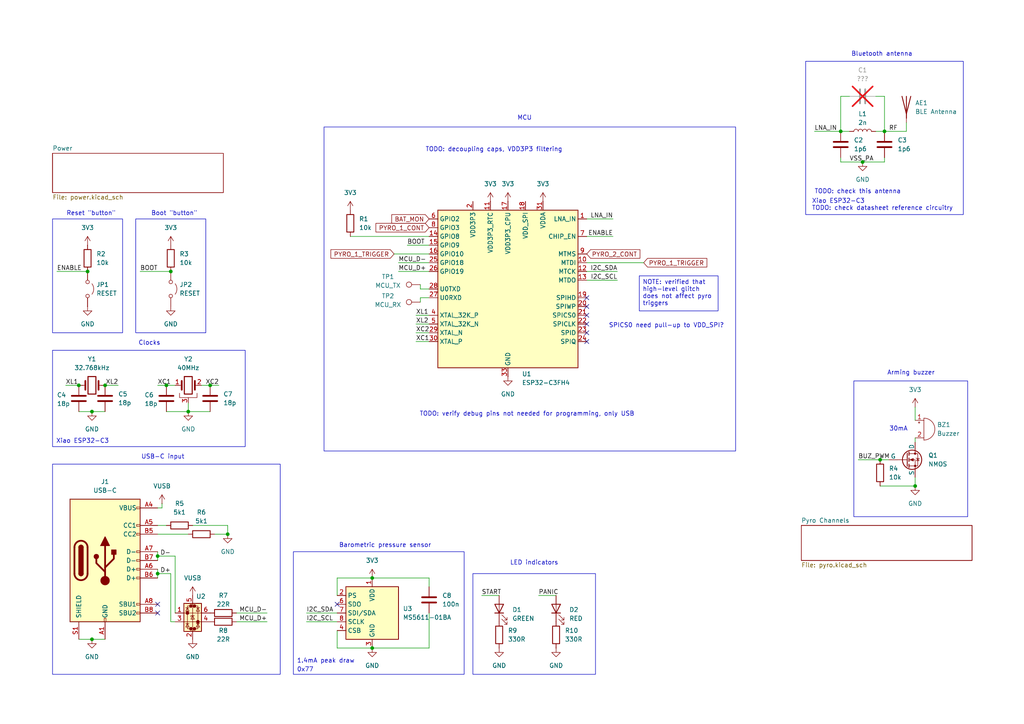
<source format=kicad_sch>
(kicad_sch (version 20250114) (generator "eeschema") (generator_version "9.0")
  (paper "A4")
  (title_block (title "Peanut") (rev "A") (company "Matteo Golin") (comment 1 "Deployment altimeter for high powered rockets."))
  (lib_symbols
    (symbol "Connector:TestPoint" (pin_numbers (hide yes)) (pin_names (offset 0.762) (hide yes))
      (property "Reference" "TP" (at 0 6.858 0))
      (property "Value" "TestPoint" (at 0 5.08 0))
      (symbol "TestPoint_0_1"
        (circle (center 0 3.302) (radius 0.762))
      )
      (symbol "TestPoint_1_1"
        (pin passive line (at 0 0 90) (length 2.54) (name "1") (number "1"))
      )
    )
    (symbol "Connector:USB_C_Receptacle_USB2.0_16P" (pin_names (offset 1.016))
      (property "Reference" "J" (at 0 22.225 0))
      (property "Value" "USB_C_Receptacle_USB2.0_16P" (at 0 19.685 0))
      (symbol "USB_C_Receptacle_USB2.0_16P_0_0"
        (rectangle (start -0.254 -17.78) (end 0.254 -16.764))
        (rectangle (start 10.16 15.494) (end 9.144 14.986))
        (rectangle (start 10.16 10.414) (end 9.144 9.906))
        (rectangle (start 10.16 7.874) (end 9.144 7.366))
        (rectangle (start 10.16 2.794) (end 9.144 2.286))
        (rectangle (start 10.16 0.254) (end 9.144 -0.254))
        (rectangle (start 10.16 -2.286) (end 9.144 -2.794))
        (rectangle (start 10.16 -4.826) (end 9.144 -5.334))
        (rectangle (start 10.16 -12.446) (end 9.144 -12.954))
        (rectangle (start 10.16 -14.986) (end 9.144 -15.494))
      )
      (symbol "USB_C_Receptacle_USB2.0_16P_0_1"
        (rectangle (start -10.16 17.78) (end 10.16 -17.78) (stroke (width 0.254)) (fill (type background)))
        (polyline (pts (xy -8.89 -3.81) (xy -8.89 3.81)) (stroke (width 0.508)))
        (rectangle (start -7.62 -3.81) (end -6.35 3.81) (stroke (width 0.254)) (fill (type outline)))
        (arc (start -7.62 3.81) (mid -6.985 4.4423) (end -6.35 3.81) (stroke (width 0.254)))
        (arc (start -7.62 3.81) (mid -6.985 4.4423) (end -6.35 3.81) (stroke (width 0.254)) (fill (type outline)))
        (arc (start -8.89 3.81) (mid -6.985 5.7067) (end -5.08 3.81) (stroke (width 0.508)))
        (arc (start -5.08 -3.81) (mid -6.985 -5.7067) (end -8.89 -3.81) (stroke (width 0.508)))
        (arc (start -6.35 -3.81) (mid -6.985 -4.4423) (end -7.62 -3.81) (stroke (width 0.254)))
        (arc (start -6.35 -3.81) (mid -6.985 -4.4423) (end -7.62 -3.81) (stroke (width 0.254)) (fill (type outline)))
        (polyline (pts (xy -5.08 3.81) (xy -5.08 -3.81)) (stroke (width 0.508)))
        (circle (center -2.54 1.143) (radius 0.635) (stroke (width 0.254)) (fill (type outline)))
        (polyline (pts (xy -1.27 4.318) (xy 0 6.858) (xy 1.27 4.318) (xy -1.27 4.318)) (stroke (width 0.254)) (fill (type outline)))
        (polyline (pts (xy 0 -2.032) (xy 2.54 0.508) (xy 2.54 1.778)) (stroke (width 0.508)))
        (polyline (pts (xy 0 -3.302) (xy -2.54 -0.762) (xy -2.54 0.508)) (stroke (width 0.508)))
        (polyline (pts (xy 0 -5.842) (xy 0 4.318)) (stroke (width 0.508)))
        (circle (center 0 -5.842) (radius 1.27) (fill (type outline)))
        (rectangle (start 1.905 1.778) (end 3.175 3.048) (stroke (width 0.254)) (fill (type outline)))
      )
      (symbol "USB_C_Receptacle_USB2.0_16P_1_1"
        (pin passive line (at -7.62 -22.86 90) (length 5.08) (name "SHIELD") (number "S1"))
        (pin passive line (at 0 -22.86 90) (length 5.08) (name "GND") (number "A1"))
        (pin passive line (at 0 -22.86 90) (length 5.08) (hide yes) (name "GND") (number "A12"))
        (pin passive line (at 0 -22.86 90) (length 5.08) (hide yes) (name "GND") (number "B1"))
        (pin passive line (at 0 -22.86 90) (length 5.08) (hide yes) (name "GND") (number "B12"))
        (pin passive line (at 15.24 15.24 180) (length 5.08) (name "VBUS") (number "A4"))
        (pin passive line (at 15.24 15.24 180) (length 5.08) (hide yes) (name "VBUS") (number "A9"))
        (pin passive line (at 15.24 15.24 180) (length 5.08) (hide yes) (name "VBUS") (number "B4"))
        (pin passive line (at 15.24 15.24 180) (length 5.08) (hide yes) (name "VBUS") (number "B9"))
        (pin bidirectional line (at 15.24 10.16 180) (length 5.08) (name "CC1") (number "A5"))
        (pin bidirectional line (at 15.24 7.62 180) (length 5.08) (name "CC2") (number "B5"))
        (pin bidirectional line (at 15.24 2.54 180) (length 5.08) (name "D-") (number "A7"))
        (pin bidirectional line (at 15.24 0 180) (length 5.08) (name "D-") (number "B7"))
        (pin bidirectional line (at 15.24 -2.54 180) (length 5.08) (name "D+") (number "A6"))
        (pin bidirectional line (at 15.24 -5.08 180) (length 5.08) (name "D+") (number "B6"))
        (pin bidirectional line (at 15.24 -12.7 180) (length 5.08) (name "SBU1") (number "A8"))
        (pin bidirectional line (at 15.24 -15.24 180) (length 5.08) (name "SBU2") (number "B8"))
      )
    )
    (symbol "Device:Antenna" (pin_numbers (hide yes)) (pin_names (offset 1.016) (hide yes))
      (property "Reference" "AE" (at -1.905 1.905 0))
      (property "Value" "Antenna" (at -1.905 0 0))
      (symbol "Antenna_0_1"
        (polyline (pts (xy 0 2.54) (xy 0 -3.81)) (stroke (width 0.254)))
        (polyline (pts (xy 1.27 2.54) (xy 0 -2.54) (xy -1.27 2.54)) (stroke (width 0.254)))
      )
      (symbol "Antenna_1_1"
        (pin input line (at 0 -5.08 90) (length 2.54) (name "A") (number "1"))
      )
    )
    (symbol "Device:Buzzer" (pin_names (offset 0.0254) (hide yes))
      (property "Reference" "BZ" (at 3.81 1.27 0))
      (property "Value" "Buzzer" (at 3.81 -1.27 0))
      (symbol "Buzzer_0_1"
        (polyline (pts (xy -1.651 1.905) (xy -1.143 1.905)))
        (polyline (pts (xy -1.397 2.159) (xy -1.397 1.651)))
        (arc (start 0 3.175) (mid 3.1612 0) (end 0 -3.175))
        (polyline (pts (xy 0 3.175) (xy 0 -3.175)))
      )
      (symbol "Buzzer_1_1"
        (pin passive line (at -2.54 2.54 0) (length 2.54) (name "+") (number "1"))
        (pin passive line (at -2.54 -2.54 0) (length 2.54) (name "-") (number "2"))
      )
    )
    (symbol "Device:C" (pin_numbers (hide yes)) (pin_names (offset 0.254))
      (property "Reference" "C" (at 0.635 2.54 0))
      (property "Value" "C" (at 0.635 -2.54 0))
      (symbol "C_0_1"
        (polyline (pts (xy -2.032 0.762) (xy 2.032 0.762)) (stroke (width 0.508)))
        (polyline (pts (xy -2.032 -0.762) (xy 2.032 -0.762)) (stroke (width 0.508)))
      )
      (symbol "C_1_1"
        (pin passive line (at 0 3.81 270) (length 2.794) (name "~") (number "1"))
        (pin passive line (at 0 -3.81 90) (length 2.794) (name "~") (number "2"))
      )
    )
    (symbol "Device:Crystal" (pin_numbers (hide yes)) (pin_names (offset 1.016) (hide yes))
      (property "Reference" "Y" (at 0 3.81 0))
      (property "Value" "Crystal" (at 0 -3.81 0))
      (symbol "Crystal_0_1"
        (polyline (pts (xy -2.54 0) (xy -1.905 0)))
        (polyline (pts (xy -1.905 -1.27) (xy -1.905 1.27)) (stroke (width 0.508)))
        (rectangle (start -1.143 2.54) (end 1.143 -2.54) (stroke (width 0.3048)))
        (polyline (pts (xy 1.905 -1.27) (xy 1.905 1.27)) (stroke (width 0.508)))
        (polyline (pts (xy 2.54 0) (xy 1.905 0)))
      )
      (symbol "Crystal_1_1"
        (pin passive line (at -3.81 0 0) (length 1.27) (name "1") (number "1"))
        (pin passive line (at 3.81 0 180) (length 1.27) (name "2") (number "2"))
      )
    )
    (symbol "Device:Crystal_GND3" (pin_names (offset 1.016) (hide yes))
      (property "Reference" "Y" (at 0 5.715 0))
      (property "Value" "Crystal_GND3" (at 0 3.81 0))
      (symbol "Crystal_GND3_0_1"
        (polyline (pts (xy -2.54 0) (xy -1.905 0)))
        (polyline (pts (xy -2.54 -2.286) (xy -2.54 -3.556) (xy 2.54 -3.556) (xy 2.54 -2.286)))
        (polyline (pts (xy -1.905 -1.27) (xy -1.905 1.27)) (stroke (width 0.508)))
        (rectangle (start -1.143 2.54) (end 1.143 -2.54) (stroke (width 0.3048)))
        (polyline (pts (xy 0 -3.81) (xy 0 -3.556)))
        (polyline (pts (xy 1.905 1.27) (xy 1.905 -1.27)) (stroke (width 0.508)))
        (polyline (pts (xy 1.905 0) (xy 2.54 0)))
      )
      (symbol "Crystal_GND3_1_1"
        (pin passive line (at -3.81 0 0) (length 1.27) (name "1") (number "1"))
        (pin passive line (at 0 -5.08 90) (length 1.27) (name "3") (number "3"))
        (pin passive line (at 3.81 0 180) (length 1.27) (name "2") (number "2"))
      )
    )
    (symbol "Device:L" (pin_numbers (hide yes)) (pin_names (offset 1.016) (hide yes))
      (property "Reference" "L" (at -1.27 0 90))
      (property "Value" "L" (at 1.905 0 90))
      (symbol "L_0_1"
        (arc (start 0 2.54) (mid 0.6323 1.905) (end 0 1.27))
        (arc (start 0 1.27) (mid 0.6323 0.635) (end 0 0))
        (arc (start 0 0) (mid 0.6323 -0.635) (end 0 -1.27))
        (arc (start 0 -1.27) (mid 0.6323 -1.905) (end 0 -2.54))
      )
      (symbol "L_1_1"
        (pin passive line (at 0 3.81 270) (length 1.27) (name "1") (number "1"))
        (pin passive line (at 0 -3.81 90) (length 1.27) (name "2") (number "2"))
      )
    )
    (symbol "Device:LED" (pin_numbers (hide yes)) (pin_names (offset 1.016) (hide yes))
      (property "Reference" "D" (at 0 2.54 0))
      (property "Value" "LED" (at 0 -2.54 0))
      (symbol "LED_0_1"
        (polyline (pts (xy -3.048 -0.762) (xy -4.572 -2.286) (xy -3.81 -2.286) (xy -4.572 -2.286) (xy -4.572 -1.524)))
        (polyline (pts (xy -1.778 -0.762) (xy -3.302 -2.286) (xy -2.54 -2.286) (xy -3.302 -2.286) (xy -3.302 -1.524)))
        (polyline (pts (xy -1.27 0) (xy 1.27 0)))
        (polyline (pts (xy -1.27 -1.27) (xy -1.27 1.27)) (stroke (width 0.254)))
        (polyline (pts (xy 1.27 -1.27) (xy 1.27 1.27) (xy -1.27 0) (xy 1.27 -1.27)) (stroke (width 0.254)))
      )
      (symbol "LED_1_1"
        (pin passive line (at -3.81 0 0) (length 2.54) (name "K") (number "1"))
        (pin passive line (at 3.81 0 180) (length 2.54) (name "A") (number "2"))
      )
    )
    (symbol "Device:R" (pin_numbers (hide yes)) (pin_names (offset 0))
      (property "Reference" "R" (at 2.032 0 90))
      (property "Value" "R" (at 0 0 90))
      (symbol "R_0_1"
        (rectangle (start -1.016 -2.54) (end 1.016 2.54) (stroke (width 0.254)))
      )
      (symbol "R_1_1"
        (pin passive line (at 0 3.81 270) (length 1.27) (name "~") (number "1"))
        (pin passive line (at 0 -3.81 90) (length 1.27) (name "~") (number "2"))
      )
    )
    (symbol "Jumper:Jumper_2_Open" (pin_numbers (hide yes)) (pin_names (offset 0) (hide yes))
      (property "Reference" "JP" (at 0 2.794 0))
      (property "Value" "Jumper_2_Open" (at 0 -2.286 0))
      (symbol "Jumper_2_Open_0_0"
        (circle (center -2.032 0) (radius 0.508))
        (circle (center 2.032 0) (radius 0.508))
      )
      (symbol "Jumper_2_Open_0_1"
        (arc (start -1.524 1.27) (mid 0 1.778) (end 1.524 1.27))
      )
      (symbol "Jumper_2_Open_1_1"
        (pin passive line (at -5.08 0 0) (length 2.54) (name "A") (number "1"))
        (pin passive line (at 5.08 0 180) (length 2.54) (name "B") (number "2"))
      )
    )
    (symbol "MCU_Espressif:ESP32-C3"
      (property "Reference" "U" (at -17.272 23.876 0))
      (property "Value" "ESP32-C3" (at 16.256 23.876 0))
      (symbol "ESP32-C3_1_1"
        (rectangle (start -20.32 22.86) (end 20.32 -22.86) (stroke (width 0.254)) (fill (type background)))
        (pin bidirectional line (at -22.86 20.32 0) (length 2.54) (name "GPIO2") (number "6"))
        (pin bidirectional line (at -22.86 17.78 0) (length 2.54) (name "GPIO3") (number "8"))
        (pin bidirectional line (at -22.86 15.24 0) (length 2.54) (name "GPIO8") (number "14"))
        (pin bidirectional line (at -22.86 12.7 0) (length 2.54) (name "GPIO9") (number "15"))
        (pin bidirectional line (at -22.86 10.16 0) (length 2.54) (name "GPIO10") (number "16"))
        (pin bidirectional line (at -22.86 7.62 0) (length 2.54) (name "GPIO18") (number "25"))
        (pin bidirectional line (at -22.86 5.08 0) (length 2.54) (name "GPIO19") (number "26"))
        (pin bidirectional line (at -22.86 0 0) (length 2.54) (name "U0TXD") (number "28"))
        (pin bidirectional line (at -22.86 -2.54 0) (length 2.54) (name "U0RXD") (number "27"))
        (pin bidirectional line (at -22.86 -7.62 0) (length 2.54) (name "XTAL_32K_P") (number "4"))
        (pin bidirectional line (at -22.86 -10.16 0) (length 2.54) (name "XTAL_32K_N") (number "5"))
        (pin bidirectional line (at -22.86 -12.7 0) (length 2.54) (name "XTAL_N") (number "29"))
        (pin bidirectional line (at -22.86 -15.24 0) (length 2.54) (name "XTAL_P") (number "30"))
        (pin power_in line (at -10.16 25.4 270) (length 2.54) (name "VDD3P3") (number "2"))
        (pin passive line (at -10.16 25.4 270) (length 2.54) (hide yes) (name "VDD3P3") (number "3"))
        (pin power_in line (at -5.08 25.4 270) (length 2.54) (name "VDD3P3_RTC") (number "11"))
        (pin power_in line (at 0 25.4 270) (length 2.54) (name "VDD3P3_CPU") (number "17"))
        (pin power_in line (at 0 -25.4 90) (length 2.54) (name "GND") (number "33"))
        (pin power_out line (at 5.08 25.4 270) (length 2.54) (name "VDD_SPI") (number "18"))
        (pin power_in line (at 10.16 25.4 270) (length 2.54) (name "VDDA") (number "31"))
        (pin passive line (at 10.16 25.4 270) (length 2.54) (hide yes) (name "VDDA") (number "32"))
        (pin bidirectional line (at 22.86 20.32 180) (length 2.54) (name "LNA_IN") (number "1"))
        (pin bidirectional line (at 22.86 15.24 180) (length 2.54) (name "CHIP_EN") (number "7"))
        (pin bidirectional line (at 22.86 10.16 180) (length 2.54) (name "MTMS") (number "9"))
        (pin bidirectional line (at 22.86 7.62 180) (length 2.54) (name "MTDI") (number "10"))
        (pin bidirectional line (at 22.86 5.08 180) (length 2.54) (name "MTCK") (number "12"))
        (pin bidirectional line (at 22.86 2.54 180) (length 2.54) (name "MTDO") (number "13"))
        (pin bidirectional line (at 22.86 -2.54 180) (length 2.54) (name "SPIHD") (number "19"))
        (pin bidirectional line (at 22.86 -5.08 180) (length 2.54) (name "SPIWP") (number "20"))
        (pin bidirectional line (at 22.86 -7.62 180) (length 2.54) (name "SPICS0") (number "21"))
        (pin bidirectional line (at 22.86 -10.16 180) (length 2.54) (name "SPICLK") (number "22"))
        (pin bidirectional line (at 22.86 -12.7 180) (length 2.54) (name "SPID") (number "23"))
        (pin bidirectional line (at 22.86 -15.24 180) (length 2.54) (name "SPIQ") (number "24"))
      )
    )
    (symbol "Power_Protection:USBLC6-2SC6" (pin_names (hide yes))
      (property "Reference" "U" (at 0.635 5.715 0))
      (property "Value" "USBLC6-2SC6" (at 0.635 3.81 0))
      (symbol "USBLC6-2SC6_0_0"
        (circle (center -1.524 0) (radius 0.0001) (stroke (width 0.508)))
        (circle (center -0.508 2.032) (radius 0.0001) (stroke (width 0.508)))
        (circle (center -0.508 -4.572) (radius 0.0001) (stroke (width 0.508)))
        (circle (center 0.508 2.032) (radius 0.0001) (stroke (width 0.508)))
        (circle (center 0.508 -4.572) (radius 0.0001) (stroke (width 0.508)))
        (circle (center 1.524 -2.54) (radius 0.0001) (stroke (width 0.508)))
      )
      (symbol "USBLC6-2SC6_0_1"
        (polyline (pts (xy -2.54 0) (xy 2.54 0)))
        (polyline (pts (xy -2.54 -2.54) (xy 2.54 -2.54)))
        (polyline (pts (xy -2.032 0.508) (xy -1.016 0.508) (xy -1.524 1.524) (xy -2.032 0.508)))
        (polyline (pts (xy -2.032 -3.048) (xy -1.016 -3.048)))
        (polyline (pts (xy -1.016 1.524) (xy -2.032 1.524)))
        (polyline (pts (xy -1.016 -4.064) (xy -2.032 -4.064) (xy -1.524 -3.048) (xy -1.016 -4.064)))
        (polyline (pts (xy -0.508 -1.143) (xy -0.508 -0.762) (xy 0.508 -0.762)))
        (polyline (pts (xy 0 2.54) (xy -0.508 2.032) (xy 0.508 2.032) (xy 0 1.524) (xy 0 -4.064) (xy -0.508 -4.572) (xy 0.508 -4.572) (xy 0 -5.08)))
        (polyline (pts (xy 0.508 -1.778) (xy -0.508 -1.778) (xy 0 -0.762) (xy 0.508 -1.778)))
        (polyline (pts (xy 1.016 1.524) (xy 2.032 1.524)))
        (polyline (pts (xy 1.016 -3.048) (xy 2.032 -3.048)))
        (polyline (pts (xy 2.032 0.508) (xy 1.016 0.508) (xy 1.524 1.524) (xy 2.032 0.508)))
        (polyline (pts (xy 2.032 -4.064) (xy 1.016 -4.064) (xy 1.524 -3.048) (xy 2.032 -4.064)))
      )
      (symbol "USBLC6-2SC6_1_1"
        (rectangle (start -2.54 2.794) (end 2.54 -5.334) (stroke (width 0.254)) (fill (type background)))
        (polyline (pts (xy -0.508 2.032) (xy -1.524 2.032) (xy -1.524 -4.572) (xy -0.508 -4.572)))
        (polyline (pts (xy 0.508 -4.572) (xy 1.524 -4.572) (xy 1.524 2.032) (xy 0.508 2.032)))
        (pin passive line (at -5.08 0 0) (length 2.54) (name "I/O1") (number "1"))
        (pin passive line (at -5.08 -2.54 0) (length 2.54) (name "I/O2") (number "3"))
        (pin passive line (at 0 5.08 270) (length 2.54) (name "VBUS") (number "5"))
        (pin passive line (at 0 -7.62 90) (length 2.54) (name "GND") (number "2"))
        (pin passive line (at 5.08 0 180) (length 2.54) (name "I/O1") (number "6"))
        (pin passive line (at 5.08 -2.54 180) (length 2.54) (name "I/O2") (number "4"))
      )
    )
    (symbol "Sensor_Pressure:MS5611-01BA"
      (property "Reference" "U" (at -6.35 8.89 0))
      (property "Value" "MS5611-01BA" (at 7.62 8.89 0))
      (symbol "MS5611-01BA_0_1"
        (rectangle (start -7.62 7.62) (end 7.62 -7.62) (stroke (width 0.254)) (fill (type background)))
      )
      (symbol "MS5611-01BA_1_1"
        (pin input line (at -10.16 5.08 0) (length 2.54) (name "PS") (number "2"))
        (pin output line (at -10.16 2.54 0) (length 2.54) (name "SDO") (number "6"))
        (pin bidirectional line (at -10.16 0 0) (length 2.54) (name "SDI/SDA") (number "7"))
        (pin input line (at -10.16 -2.54 0) (length 2.54) (name "SCLK") (number "8"))
        (pin input line (at -10.16 -5.08 0) (length 2.54) (name "CSB") (number "4"))
        (pin input line (at -10.16 -5.08 0) (length 2.54) (hide yes) (name "CSB") (number "5"))
        (pin power_in line (at 0 10.16 270) (length 2.54) (name "VDD") (number "1"))
        (pin power_in line (at 0 -10.16 90) (length 2.54) (name "GND") (number "3"))
      )
    )
    (symbol "Simulation_SPICE:NMOS" (pin_numbers (hide yes)) (pin_names (offset 0))
      (property "Reference" "Q" (at 5.08 1.27 0))
      (property "Value" "NMOS" (at 5.08 -1.27 0))
      (symbol "NMOS_0_1"
        (polyline (pts (xy 0.254 1.905) (xy 0.254 -1.905)) (stroke (width 0.254)))
        (polyline (pts (xy 0.254 0) (xy -2.54 0)))
        (polyline (pts (xy 0.762 2.286) (xy 0.762 1.27)) (stroke (width 0.254)))
        (polyline (pts (xy 0.762 0.508) (xy 0.762 -0.508)) (stroke (width 0.254)))
        (polyline (pts (xy 0.762 -1.27) (xy 0.762 -2.286)) (stroke (width 0.254)))
        (polyline (pts (xy 0.762 -1.778) (xy 3.302 -1.778) (xy 3.302 1.778) (xy 0.762 1.778)))
        (polyline (pts (xy 1.016 0) (xy 2.032 0.381) (xy 2.032 -0.381) (xy 1.016 0)) (fill (type outline)))
        (circle (center 1.651 0) (radius 2.794) (stroke (width 0.254)))
        (polyline (pts (xy 2.54 2.54) (xy 2.54 1.778)))
        (circle (center 2.54 1.778) (radius 0.254) (fill (type outline)))
        (circle (center 2.54 -1.778) (radius 0.254) (fill (type outline)))
        (polyline (pts (xy 2.54 -2.54) (xy 2.54 0) (xy 0.762 0)))
        (polyline (pts (xy 2.794 0.508) (xy 2.921 0.381) (xy 3.683 0.381) (xy 3.81 0.254)))
        (polyline (pts (xy 3.302 0.381) (xy 2.921 -0.254) (xy 3.683 -0.254) (xy 3.302 0.381)))
      )
      (symbol "NMOS_1_1"
        (pin input line (at -5.08 0 0) (length 2.54) (name "G") (number "2"))
        (pin passive line (at 2.54 5.08 270) (length 2.54) (name "D") (number "1"))
        (pin passive line (at 2.54 -5.08 90) (length 2.54) (name "S") (number "3"))
      )
    )
    (symbol "power:GND" (power) (pin_numbers (hide yes)) (pin_names (offset 0) (hide yes))
      (property "Value" "GND" (at 0 -3.81 0))
      (symbol "GND_0_1"
        (polyline (pts (xy 0 0) (xy 0 -1.27) (xy 1.27 -1.27) (xy 0 -2.54) (xy -1.27 -1.27) (xy 0 -1.27)))
      )
      (symbol "GND_1_1"
        (pin power_in line (at 0 0 270) (length 0) (name "~") (number "1"))
      )
    )
    (symbol "power:VBUS" (power) (pin_numbers (hide yes)) (pin_names (offset 0) (hide yes))
      (property "Value" "VBUS" (at 0 3.556 0))
      (symbol "VBUS_0_1"
        (polyline (pts (xy -0.762 1.27) (xy 0 2.54)))
        (polyline (pts (xy 0 2.54) (xy 0.762 1.27)))
        (polyline (pts (xy 0 0) (xy 0 2.54)))
      )
      (symbol "VBUS_1_1"
        (pin power_in line (at 0 0 90) (length 0) (name "~") (number "1"))
      )
    )
  )
  (rectangle (start 15.24 101.6) (end 71.12 129.54))
  (rectangle (start 137.16 166.37) (end 172.72 195.58))
  (rectangle (start 39.37 63.5) (end 59.69 96.52))
  (rectangle (start 85.09 160.02) (end 134.62 195.58))
  (rectangle (start 15.24 134.62) (end 81.28 195.58))
  (rectangle (start 15.24 63.5) (end 35.56 96.52))
  (rectangle (start 233.68 17.78) (end 279.4 62.23))
  (rectangle (start 247.65 110.49) (end 280.67 149.86))
  (rectangle (start 93.98 36.83) (end 213.36 130.81))
  (text "TODO: decoupling caps, VDD3P3 filtering" (at 143.256 43.434 0) (effects (font (size 1.27 1.27))))
  (text "USB-C input" (at 47.244 132.588 0) (effects (font (size 1.27 1.27))))
  (text "Bluetooth antenna" (at 246.888 15.748 0) (effects (font (size 1.27 1.27)) (justify left)))
  (text "Reset \"button\"" (at 26.416 61.976 0) (effects (font (size 1.27 1.27))))
  (text "Xiao ESP32-C3\nTODO: check datasheet reference circuitry" (at 235.458 59.436 0) (effects (font (size 1.27 1.27)) (justify left)))
  (text "SPICS0 need pull-up to VDD_SPI?" (at 193.294 94.488 0) (effects (font (size 1.27 1.27))))
  (text "1.4mA peak draw" (at 86.106 191.77 0) (effects (font (size 1.27 1.27)) (justify left)))
  (text "TODO: check this antenna" (at 236.22 55.626 0) (effects (font (size 1.27 1.27)) (justify left)))
  (text "30mA" (at 260.604 124.46 0) (effects (font (size 1.27 1.27))))
  (text "Xiao ESP32-C3" (at 16.256 128.016 0) (effects (font (size 1.27 1.27)) (justify left)))
  (text "Arming buzzer" (at 257.302 108.204 0) (effects (font (size 1.27 1.27)) (justify left)))
  (text "LED indicators" (at 154.94 163.322 0) (effects (font (size 1.27 1.27))))
  (text "0x77" (at 86.106 194.31 0) (effects (font (size 1.27 1.27)) (justify left)))
  (text "TODO: verify debug pins not needed for programming, only USB" (at 121.666 120.142 0) (effects (font (size 1.27 1.27)) (justify left)))
  (text "Boot \"button\"" (at 50.546 61.976 0) (effects (font (size 1.27 1.27))))
  (text "Clocks" (at 40.132 99.568 0) (effects (font (size 1.27 1.27)) (justify left)))
  (text "Barometric pressure sensor" (at 98.298 158.242 0) (effects (font (size 1.27 1.27)) (justify left)))
  (text "MCU" (at 152.146 34.29 0) (effects (font (size 1.27 1.27))))
  (text_box "NOTE: verified that high-level glitch does not affect pyro triggers" (at 185.42 80.01 0) (size 22.86 10.16) (margins 0.9525 0.9525 0.9525 0.9525) (effects (font (size 1.27 1.27)) (justify left top)))
  (junction (at 49.53 78.74))
  (junction (at 107.95 187.96))
  (junction (at 250.19 46.99))
  (junction (at 60.96 111.76))
  (junction (at 54.61 119.38))
  (junction (at 30.48 111.76))
  (junction (at 256.54 38.1))
  (junction (at 22.86 111.76))
  (junction (at 107.95 167.64))
  (junction (at 243.84 38.1))
  (junction (at 255.27 133.35))
  (junction (at 26.67 185.42))
  (junction (at 25.4 78.74))
  (junction (at 265.43 140.97))
  (junction (at 48.26 111.76))
  (junction (at 66.04 154.94))
  (junction (at 45.72 161.29))
  (junction (at 45.72 166.37))
  (junction (at 26.67 119.38))
  (no_connect (at 170.18 88.9))
  (no_connect (at 45.72 175.26))
  (no_connect (at 45.72 177.8))
  (no_connect (at 170.18 91.44))
  (no_connect (at 170.18 93.98))
  (no_connect (at 170.18 96.52))
  (no_connect (at 170.18 99.06))
  (no_connect (at 170.18 86.36))
  (no_connect (at 97.79 175.26))
  (wire (pts (xy 262.89 35.56) (xy 262.89 38.1)))
  (wire (pts (xy 26.67 119.38) (xy 30.48 119.38)))
  (wire (pts (xy 121.92 86.36) (xy 121.92 87.63)))
  (wire (pts (xy 40.64 78.74) (xy 49.53 78.74)))
  (wire (pts (xy 97.79 187.96) (xy 107.95 187.96)))
  (wire (pts (xy 45.72 160.02) (xy 45.72 161.29)))
  (wire (pts (xy 243.84 27.94) (xy 246.38 27.94)))
  (wire (pts (xy 124.46 170.18) (xy 124.46 167.64)))
  (wire (pts (xy 45.72 166.37) (xy 45.72 167.64)))
  (wire (pts (xy 22.86 119.38) (xy 26.67 119.38)))
  (wire (pts (xy 50.8 180.34) (xy 49.53 180.34)))
  (wire (pts (xy 254 38.1) (xy 256.54 38.1)))
  (wire (pts (xy 115.57 76.2) (xy 124.46 76.2)))
  (wire (pts (xy 177.8 68.58) (xy 170.18 68.58)))
  (wire (pts (xy 124.46 177.8) (xy 124.46 187.96)))
  (wire (pts (xy 236.22 38.1) (xy 243.84 38.1)))
  (wire (pts (xy 115.57 78.74) (xy 124.46 78.74)))
  (wire (pts (xy 114.3 73.66) (xy 124.46 73.66)))
  (wire (pts (xy 254 27.94) (xy 256.54 27.94)))
  (wire (pts (xy 120.65 96.52) (xy 124.46 96.52)))
  (wire (pts (xy 88.9 177.8) (xy 97.79 177.8)))
  (wire (pts (xy 97.79 182.88) (xy 97.79 187.96)))
  (wire (pts (xy 97.79 167.64) (xy 107.95 167.64)))
  (wire (pts (xy 120.65 91.44) (xy 124.46 91.44)))
  (wire (pts (xy 256.54 38.1) (xy 262.89 38.1)))
  (wire (pts (xy 34.29 111.76) (xy 30.48 111.76)))
  (wire (pts (xy 22.86 185.42) (xy 26.67 185.42)))
  (wire (pts (xy 265.43 140.97) (xy 265.43 138.43)))
  (wire (pts (xy 54.61 116.84) (xy 54.61 119.38)))
  (wire (pts (xy 45.72 111.76) (xy 48.26 111.76)))
  (wire (pts (xy 265.43 127) (xy 265.43 128.27)))
  (wire (pts (xy 243.84 46.99) (xy 250.19 46.99)))
  (wire (pts (xy 255.27 133.35) (xy 257.81 133.35)))
  (wire (pts (xy 256.54 45.72) (xy 256.54 46.99)))
  (wire (pts (xy 48.26 111.76) (xy 50.8 111.76)))
  (wire (pts (xy 124.46 167.64) (xy 107.95 167.64)))
  (wire (pts (xy 46.99 147.32) (xy 45.72 147.32)))
  (wire (pts (xy 26.67 185.42) (xy 30.48 185.42)))
  (wire (pts (xy 121.92 82.55) (xy 121.92 83.82)))
  (wire (pts (xy 45.72 152.4) (xy 48.26 152.4)))
  (wire (pts (xy 50.8 177.8) (xy 50.8 161.29)))
  (wire (pts (xy 243.84 46.99) (xy 243.84 45.72)))
  (wire (pts (xy 49.53 180.34) (xy 49.53 166.37)))
  (wire (pts (xy 62.23 154.94) (xy 66.04 154.94)))
  (wire (pts (xy 101.6 68.58) (xy 124.46 68.58)))
  (wire (pts (xy 45.72 165.1) (xy 45.72 166.37)))
  (wire (pts (xy 255.27 140.97) (xy 265.43 140.97)))
  (wire (pts (xy 256.54 46.99) (xy 250.19 46.99)))
  (wire (pts (xy 55.88 152.4) (xy 66.04 152.4)))
  (wire (pts (xy 60.96 111.76) (xy 58.42 111.76)))
  (wire (pts (xy 265.43 118.11) (xy 265.43 121.92)))
  (wire (pts (xy 97.79 172.72) (xy 97.79 167.64)))
  (wire (pts (xy 139.7 172.72) (xy 144.78 172.72)))
  (wire (pts (xy 156.21 172.72) (xy 161.29 172.72)))
  (wire (pts (xy 45.72 161.29) (xy 45.72 162.56)))
  (wire (pts (xy 179.07 81.28) (xy 170.18 81.28)))
  (wire (pts (xy 120.65 93.98) (xy 124.46 93.98)))
  (wire (pts (xy 45.72 154.94) (xy 54.61 154.94)))
  (wire (pts (xy 19.05 111.76) (xy 22.86 111.76)))
  (wire (pts (xy 68.58 177.8) (xy 77.47 177.8)))
  (wire (pts (xy 256.54 27.94) (xy 256.54 38.1)))
  (wire (pts (xy 88.9 180.34) (xy 97.79 180.34)))
  (wire (pts (xy 243.84 38.1) (xy 246.38 38.1)))
  (wire (pts (xy 177.8 63.5) (xy 170.18 63.5)))
  (wire (pts (xy 179.07 78.74) (xy 170.18 78.74)))
  (wire (pts (xy 121.92 83.82) (xy 124.46 83.82)))
  (wire (pts (xy 243.84 27.94) (xy 243.84 38.1)))
  (wire (pts (xy 66.04 152.4) (xy 66.04 154.94)))
  (wire (pts (xy 46.99 146.05) (xy 46.99 147.32)))
  (wire (pts (xy 48.26 119.38) (xy 54.61 119.38)))
  (wire (pts (xy 16.51 78.74) (xy 25.4 78.74)))
  (wire (pts (xy 68.58 180.34) (xy 77.47 180.34)))
  (wire (pts (xy 49.53 166.37) (xy 45.72 166.37)))
  (wire (pts (xy 118.11 71.12) (xy 124.46 71.12)))
  (wire (pts (xy 45.72 161.29) (xy 50.8 161.29)))
  (wire (pts (xy 54.61 119.38) (xy 60.96 119.38)))
  (wire (pts (xy 120.65 99.06) (xy 124.46 99.06)))
  (wire (pts (xy 63.5 111.76) (xy 60.96 111.76)))
  (wire (pts (xy 124.46 86.36) (xy 121.92 86.36)))
  (wire (pts (xy 248.92 133.35) (xy 255.27 133.35)))
  (wire (pts (xy 186.69 76.2) (xy 170.18 76.2)))
  (wire (pts (xy 124.46 187.96) (xy 107.95 187.96)))
  (label "START" (at 139.7 172.72 0))
  (label "I2C_SCL" (at 179.07 81.28 180))
  (label "VSS_PA" (at 246.38 46.99 0))
  (label "LNA_IN" (at 236.22 38.1 0))
  (label "ENABLE" (at 16.51 78.74 0))
  (label "XL1" (at 19.05 111.76 0))
  (label "MCU_D+" (at 77.47 180.34 180))
  (label "D+" (at 49.53 166.37 180))
  (label "D-" (at 49.53 161.29 180))
  (label "LNA_IN" (at 177.8 63.5 180))
  (label "ENABLE" (at 177.8 68.58 180))
  (label "XC2" (at 120.65 96.52 0))
  (label "XL2" (at 34.29 111.76 180))
  (label "BOOT" (at 40.64 78.74 0))
  (label "XC1" (at 45.72 111.76 0))
  (label "I2C_SDA" (at 88.9 177.8 0))
  (label "PANIC" (at 156.21 172.72 0))
  (label "XL2" (at 120.65 93.98 0))
  (label "RF" (at 257.81 38.1 0))
  (label "MCU_D+" (at 115.57 78.74 0))
  (label "I2C_SDA" (at 179.07 78.74 180))
  (label "XC1" (at 120.65 99.06 0))
  (label "MCU_D-" (at 77.47 177.8 180))
  (label "MCU_D-" (at 115.57 76.2 0))
  (label "XC2" (at 63.5 111.76 180))
  (label "I2C_SCL" (at 88.9 180.34 0))
  (label "BUZ_PWM" (at 248.92 133.35 0))
  (label "XL1" (at 120.65 91.44 0))
  (label "BOOT" (at 118.11 71.12 0))
  (global_label "BAT_MON" (shape input) (at 124.46 63.5 180) (property "Intersheetrefs" "${INTERSHEET_REFS}" (effects (hide yes))))
  (global_label "PYRO_1_TRIGGER" (shape input) (at 114.3 73.66 180) (property "Intersheetrefs" "${INTERSHEET_REFS}" (effects (hide yes))))
  (global_label "PYRO_2_CONT" (shape input) (at 170.18 73.66 0) (property "Intersheetrefs" "${INTERSHEET_REFS}" (effects (hide yes))))
  (global_label "PYRO_1_TRIGGER" (shape input) (at 186.69 76.2 0) (property "Intersheetrefs" "${INTERSHEET_REFS}" (effects (hide yes))))
  (global_label "PYRO_1_CONT" (shape input) (at 124.46 66.04 180) (property "Intersheetrefs" "${INTERSHEET_REFS}" (effects (hide yes))))
  (symbol (lib_id "power:GND") (at 250.19 46.99 0) (unit 1)
    (property "Reference" "#PWR01" (effects (hide yes)))
    (property "Value" "GND" (at 250.19 52.07 0))
    (property "Description" "Power symbol creates a global label with name \"GND\" , ground" (effects (hide yes)))
  )
  (symbol (lib_id "Device:R") (at 161.29 184.15 0) (unit 1)
    (property "Reference" "R10" (at 163.83 182.8799 0) (effects (justify left)))
    (property "Value" "330R" (at 163.83 185.4199 0) (effects (justify left)))
    (property "Footprint" "Resistor_SMD:R_0402_1005Metric" (effects (hide yes)))
    (property "Description" "Resistor" (effects (hide yes)))
  )
  (symbol (lib_id "Simulation_SPICE:NMOS") (at 262.89 133.35 0) (unit 1)
    (property "Reference" "Q1" (at 269.24 132.0799 0) (effects (justify left)))
    (property "Value" "NMOS" (at 269.24 134.6199 0) (effects (justify left)))
    (property "Datasheet" "https://ngspice.sourceforge.io/docs/ngspice-html-manual/manual.xhtml#cha_MOSFETs" (effects (hide yes)))
    (property "Description" "N-MOSFET transistor, drain/source/gate" (effects (hide yes)))
    (property "Sim.Device" "NMOS" (effects (hide yes)))
    (property "Sim.Type" "VDMOS" (effects (hide yes)))
    (property "Sim.Pins" "1=D 2=G 3=S" (effects (hide yes)))
  )
  (symbol (lib_id "Device:Crystal_GND3") (at 54.61 111.76 0) (unit 1)
    (property "Reference" "Y2" (at 54.61 104.14 0))
    (property "Value" "40MHz" (at 54.61 106.68 0))
    (property "Description" "Three pin crystal, GND on pin 3" (effects (hide yes)))
  )
  (symbol (lib_id "Device:LED") (at 161.29 176.53 90) (unit 1)
    (property "Reference" "D2" (at 165.1 176.8474 90) (effects (justify right)))
    (property "Value" "RED" (at 165.1 179.3874 90) (effects (justify right)))
    (property "Footprint" "LED_SMD:LED_0805_2012Metric" (effects (hide yes)))
    (property "Description" "Light emitting diode" (effects (hide yes)))
    (property "Sim.Pins" "1=K 2=A" (effects (hide yes)))
    (property "MPN" " HSMC-C170-T0000" (effects (hide yes)))
  )
  (symbol (lib_id "power:GND") (at 265.43 140.97 0) (unit 1)
    (property "Reference" "#PWR014" (effects (hide yes)))
    (property "Value" "GND" (at 265.43 146.05 0))
    (property "Description" "Power symbol creates a global label with name \"GND\" , ground" (effects (hide yes)))
  )
  (symbol (lib_id "power:GND") (at 25.4 88.9 0) (unit 1)
    (property "Reference" "#PWR08" (effects (hide yes)))
    (property "Value" "GND" (at 25.4 93.98 0))
    (property "Description" "Power symbol creates a global label with name \"GND\" , ground" (effects (hide yes)))
  )
  (symbol (lib_id "power:GND") (at 66.04 154.94 0) (unit 1)
    (property "Reference" "#PWR016" (effects (hide yes)))
    (property "Value" "GND" (at 66.04 160.02 0))
    (property "Description" "Power symbol creates a global label with name \"GND\" , ground" (effects (hide yes)))
  )
  (symbol (lib_id "Device:C") (at 30.48 115.57 0) (unit 1)
    (property "Reference" "C5" (at 34.29 114.2999 0) (effects (justify left)))
    (property "Value" "18p" (at 34.29 116.8399 0) (effects (justify left)))
    (property "Footprint" "Capacitor_SMD:C_0402_1005Metric" (effects (hide yes)))
    (property "Description" "Unpolarized capacitor" (effects (hide yes)))
  )
  (symbol (lib_id "Device:Antenna") (at 262.89 30.48 0) (unit 1)
    (property "Reference" "AE1" (at 265.43 29.8449 0) (effects (justify left)))
    (property "Value" "BLE Antenna" (at 265.43 32.3849 0) (effects (justify left)))
    (property "Footprint" "Resistor_SMD:R_1206_3216Metric" (effects (hide yes)))
    (property "Datasheet" "https://www.mouser.ca/ProductDetail/TE-Connectivity/2108838-1?qs=pBJMDPsKWf2GaqEOsIISlQ%3D%3D" (effects (hide yes)))
    (property "Description" "Antenna" (effects (hide yes)))
  )
  (symbol (lib_id "Connector:TestPoint") (at 121.92 87.63 90) (unit 1)
    (property "Reference" "TP2" (at 112.522 85.852 90))
    (property "Value" "MCU_RX" (at 112.522 88.392 90))
    (property "Footprint" "TestPoint:TestPoint_Pad_D1.0mm" (effects (hide yes)))
    (property "Description" "test point" (effects (hide yes)))
  )
  (symbol (lib_id "power:GND") (at 107.95 187.96 0) (unit 1)
    (property "Reference" "#PWR021" (effects (hide yes)))
    (property "Value" "GND" (at 107.95 193.04 0))
    (property "Description" "Power symbol creates a global label with name \"GND\" , ground" (effects (hide yes)))
  )
  (symbol (lib_id "Connector:TestPoint") (at 121.92 82.55 90) (unit 1)
    (property "Reference" "TP1" (at 112.522 80.264 90))
    (property "Value" "MCU_TX" (at 112.522 82.804 90))
    (property "Footprint" "TestPoint:TestPoint_Pad_D1.0mm" (effects (hide yes)))
    (property "Description" "test point" (effects (hide yes)))
  )
  (symbol (lib_id "power:GND") (at 147.32 109.22 0) (unit 1)
    (property "Reference" "#PWR010" (effects (hide yes)))
    (property "Value" "GND" (at 147.32 114.3 0))
    (property "Description" "Power symbol creates a global label with name \"GND\" , ground" (effects (hide yes)))
  )
  (symbol (lib_id "power:GND") (at 49.53 88.9 0) (unit 1)
    (property "Reference" "#PWR09" (effects (hide yes)))
    (property "Value" "GND" (at 49.53 93.98 0))
    (property "Description" "Power symbol creates a global label with name \"GND\" , ground" (effects (hide yes)))
  )
  (symbol (lib_id "Device:L") (at 250.19 38.1 90) (unit 1)
    (property "Reference" "L1" (at 250.19 33.02 90))
    (property "Value" "2n" (at 250.19 35.56 90))
    (property "Description" "Inductor" (effects (hide yes)))
  )
  (symbol (lib_id "power:VBUS") (at 46.99 146.05 0) (unit 1)
    (property "Reference" "#PWR015" (effects (hide yes)))
    (property "Value" "VUSB" (at 46.99 140.97 0))
    (property "Description" "Power symbol creates a global label with name \"VBUS\"" (effects (hide yes)))
  )
  (symbol (lib_id "power:GND") (at 55.88 185.42 0) (unit 1)
    (property "Reference" "#PWR020" (effects (hide yes)))
    (property "Value" "GND" (at 55.88 190.5 0))
    (property "Description" "Power symbol creates a global label with name \"GND\" , ground" (effects (hide yes)))
  )
  (symbol (lib_id "power:GND") (at 161.29 187.96 0) (unit 1)
    (property "Reference" "#PWR023" (effects (hide yes)))
    (property "Value" "GND" (at 161.29 193.04 0))
    (property "Description" "Power symbol creates a global label with name \"GND\" , ground" (effects (hide yes)))
  )
  (symbol (lib_id "Device:Crystal") (at 26.67 111.76 0) (unit 1)
    (property "Reference" "Y1" (at 26.67 104.14 0))
    (property "Value" "32.768kHz" (at 26.67 106.68 0))
    (property "Footprint" "Crystal:Crystal_SMD_MicroCrystal_CM9V-T1A-2Pin_1.6x1.0mm" (effects (hide yes)))
    (property "Description" "Two pin crystal" (effects (hide yes)))
    (property "MPN" " 9HT12-32.768KDZF-T " (effects (hide yes)))
  )
  (symbol (lib_id "Connector:USB_C_Receptacle_USB2.0_16P") (at 30.48 162.56 0) (unit 1)
    (property "Reference" "J1" (at 30.48 139.7 0))
    (property "Value" "USB-C" (at 30.48 142.24 0))
    (property "Footprint" "Connector_USB:USB_C_Receptacle_GCT_USB4105-xx-A_16P_TopMnt_Horizontal" (effects (hide yes)))
    (property "Datasheet" "https://www.usb.org/sites/default/files/documents/usb_type-c.zip" (effects (hide yes)))
    (property "Description" "USB 2.0-only 16P Type-C Receptacle connector" (effects (hide yes)))
  )
  (symbol (lib_id "power:VBUS") (at 157.48 58.42 0) (unit 1)
    (property "Reference" "#PWR04" (effects (hide yes)))
    (property "Value" "3V3" (at 157.48 53.34 0))
    (property "Description" "Power symbol creates a global label with name \"VBUS\"" (effects (hide yes)))
  )
  (symbol (lib_id "Device:Buzzer") (at 267.97 124.46 0) (unit 1)
    (property "Reference" "BZ1" (at 271.78 123.1899 0) (effects (justify left)))
    (property "Value" "Buzzer" (at 271.78 125.7299 0) (effects (justify left)))
    (property "Description" "Buzzer, polarized" (effects (hide yes)))
    (property "MPN" "CMI-0955-03TH" (effects (hide yes)))
  )
  (symbol (lib_id "power:VBUS") (at 49.53 71.12 0) (unit 1)
    (property "Reference" "#PWR07" (effects (hide yes)))
    (property "Value" "3V3" (at 49.53 66.04 0))
    (property "Description" "Power symbol creates a global label with name \"VBUS\"" (effects (hide yes)))
  )
  (symbol (lib_id "Device:C") (at 124.46 173.99 0) (unit 1)
    (property "Reference" "C8" (at 128.27 172.7199 0) (effects (justify left)))
    (property "Value" "100n" (at 128.27 175.2599 0) (effects (justify left)))
    (property "Footprint" "Capacitor_SMD:C_0402_1005Metric" (effects (hide yes)))
    (property "Description" "Unpolarized capacitor" (effects (hide yes)))
  )
  (symbol (lib_id "power:VBUS") (at 101.6 60.96 0) (unit 1)
    (property "Reference" "#PWR05" (effects (hide yes)))
    (property "Value" "3V3" (at 101.6 55.88 0))
    (property "Description" "Power symbol creates a global label with name \"VBUS\"" (effects (hide yes)))
  )
  (symbol (lib_id "Device:C") (at 60.96 115.57 0) (unit 1)
    (property "Reference" "C7" (at 64.77 114.2999 0) (effects (justify left)))
    (property "Value" "18p" (at 64.77 116.8399 0) (effects (justify left)))
    (property "Footprint" "Capacitor_SMD:C_0402_1005Metric" (effects (hide yes)))
    (property "Description" "Unpolarized capacitor" (effects (hide yes)))
  )
  (symbol (lib_id "Device:C") (at 22.86 115.57 0) (unit 1)
    (property "Reference" "C4" (at 16.51 114.554 0) (effects (justify left)))
    (property "Value" "18p" (at 16.51 117.094 0) (effects (justify left)))
    (property "Footprint" "Capacitor_SMD:C_0402_1005Metric" (effects (hide yes)))
    (property "Description" "Unpolarized capacitor" (effects (hide yes)))
  )
  (symbol (lib_id "Device:LED") (at 144.78 176.53 90) (unit 1)
    (property "Reference" "D1" (at 148.59 176.8474 90) (effects (justify right)))
    (property "Value" "GREEN" (at 148.59 179.3874 90) (effects (justify right)))
    (property "Footprint" "LED_SMD:LED_0805_2012Metric" (effects (hide yes)))
    (property "Description" "Light emitting diode" (effects (hide yes)))
    (property "Sim.Pins" "1=K 2=A" (effects (hide yes)))
    (property "MPN" " HSMG-C170" (effects (hide yes)))
  )
  (symbol (lib_id "power:VBUS") (at 55.88 172.72 0) (unit 1)
    (property "Reference" "#PWR018" (effects (hide yes)))
    (property "Value" "VUSB" (at 55.88 167.64 0))
    (property "Description" "Power symbol creates a global label with name \"VBUS\"" (effects (hide yes)))
  )
  (symbol (lib_id "Device:C") (at 48.26 115.57 0) (unit 1)
    (property "Reference" "C6" (at 41.91 114.554 0) (effects (justify left)))
    (property "Value" "18p" (at 41.91 117.094 0) (effects (justify left)))
    (property "Footprint" "Capacitor_SMD:C_0402_1005Metric" (effects (hide yes)))
    (property "Description" "Unpolarized capacitor" (effects (hide yes)))
  )
  (symbol (lib_id "Device:R") (at 25.4 74.93 0) (unit 1)
    (property "Reference" "R2" (at 27.94 73.6599 0) (effects (justify left)))
    (property "Value" "10k" (at 27.94 76.1999 0) (effects (justify left)))
    (property "Footprint" "Resistor_SMD:R_0402_1005Metric" (effects (hide yes)))
    (property "Description" "Resistor" (effects (hide yes)))
  )
  (symbol (lib_id "Device:C") (at 243.84 41.91 0) (unit 1)
    (property "Reference" "C2" (at 247.65 40.6399 0) (effects (justify left)))
    (property "Value" "1p6" (at 247.65 43.1799 0) (effects (justify left)))
    (property "Footprint" "Capacitor_SMD:C_0402_1005Metric" (effects (hide yes)))
    (property "Description" "Unpolarized capacitor" (effects (hide yes)))
  )
  (symbol (lib_id "Device:R") (at 101.6 64.77 0) (unit 1)
    (property "Reference" "R1" (at 104.14 63.4999 0) (effects (justify left)))
    (property "Value" "10k" (at 104.14 66.0399 0) (effects (justify left)))
    (property "Footprint" "Resistor_SMD:R_0402_1005Metric" (effects (hide yes)))
    (property "Description" "Resistor" (effects (hide yes)))
  )
  (symbol (lib_id "Device:R") (at 64.77 180.34 90) (unit 1)
    (property "Reference" "R8" (at 64.77 182.88 90))
    (property "Value" "22R" (at 64.77 185.42 90))
    (property "Footprint" "Resistor_SMD:R_0402_1005Metric" (effects (hide yes)))
    (property "Description" "Resistor" (effects (hide yes)))
  )
  (symbol (lib_id "power:GND") (at 144.78 187.96 0) (unit 1)
    (property "Reference" "#PWR022" (effects (hide yes)))
    (property "Value" "GND" (at 144.78 193.04 0))
    (property "Description" "Power symbol creates a global label with name \"GND\" , ground" (effects (hide yes)))
  )
  (symbol (lib_id "power:VBUS") (at 265.43 118.11 0) (unit 1)
    (property "Reference" "#PWR011" (effects (hide yes)))
    (property "Value" "3V3" (at 265.43 113.03 0))
    (property "Description" "Power symbol creates a global label with name \"VBUS\"" (effects (hide yes)))
  )
  (symbol (lib_id "Jumper:Jumper_2_Open") (at 49.53 83.82 270) (unit 1)
    (property "Reference" "JP2" (at 52.07 82.5499 90) (effects (justify left)))
    (property "Value" "RESET" (at 52.07 85.0899 90) (effects (justify left)))
    (property "Footprint" "Capacitor_SMD:C_0805_2012Metric" (effects (hide yes)))
    (property "Description" "Jumper, 2-pole, open" (effects (hide yes)))
  )
  (symbol (lib_id "Device:R") (at 58.42 154.94 90) (unit 1)
    (property "Reference" "R6" (at 58.42 148.59 90))
    (property "Value" "5k1" (at 58.42 151.13 90))
    (property "Footprint" "Resistor_SMD:R_0402_1005Metric" (effects (hide yes)))
    (property "Description" "Resistor" (effects (hide yes)))
  )
  (symbol (lib_id "Device:R") (at 49.53 74.93 0) (unit 1)
    (property "Reference" "R3" (at 52.07 73.6599 0) (effects (justify left)))
    (property "Value" "10k" (at 52.07 76.1999 0) (effects (justify left)))
    (property "Footprint" "Resistor_SMD:R_0402_1005Metric" (effects (hide yes)))
    (property "Description" "Resistor" (effects (hide yes)))
  )
  (symbol (lib_id "Jumper:Jumper_2_Open") (at 25.4 83.82 270) (unit 1)
    (property "Reference" "JP1" (at 27.94 82.5499 90) (effects (justify left)))
    (property "Value" "RESET" (at 27.94 85.0899 90) (effects (justify left)))
    (property "Footprint" "Capacitor_SMD:C_0805_2012Metric" (effects (hide yes)))
    (property "Description" "Jumper, 2-pole, open" (effects (hide yes)))
  )
  (symbol (lib_id "power:VBUS") (at 107.95 167.64 0) (unit 1)
    (property "Reference" "#PWR017" (effects (hide yes)))
    (property "Value" "3V3" (at 107.95 162.56 0))
    (property "Description" "Power symbol creates a global label with name \"VBUS\"" (effects (hide yes)))
  )
  (symbol (lib_id "power:GND") (at 26.67 185.42 0) (unit 1)
    (property "Reference" "#PWR019" (effects (hide yes)))
    (property "Value" "GND" (at 26.67 190.5 0))
    (property "Description" "Power symbol creates a global label with name \"GND\" , ground" (effects (hide yes)))
  )
  (symbol (lib_id "Device:R") (at 144.78 184.15 0) (unit 1)
    (property "Reference" "R9" (at 147.32 182.8799 0) (effects (justify left)))
    (property "Value" "330R" (at 147.32 185.4199 0) (effects (justify left)))
    (property "Footprint" "Resistor_SMD:R_0402_1005Metric" (effects (hide yes)))
    (property "Description" "Resistor" (effects (hide yes)))
  )
  (symbol (lib_id "power:VBUS") (at 147.32 58.42 0) (unit 1)
    (property "Reference" "#PWR03" (effects (hide yes)))
    (property "Value" "3V3" (at 147.32 53.34 0))
    (property "Description" "Power symbol creates a global label with name \"VBUS\"" (effects (hide yes)))
  )
  (symbol (lib_id "Device:C") (at 256.54 41.91 0) (unit 1)
    (property "Reference" "C3" (at 260.35 40.6399 0) (effects (justify left)))
    (property "Value" "1p6" (at 260.35 43.1799 0) (effects (justify left)))
    (property "Footprint" "Capacitor_SMD:C_0402_1005Metric" (effects (hide yes)))
    (property "Description" "Unpolarized capacitor" (effects (hide yes)))
  )
  (symbol (lib_id "Device:C") (at 250.19 27.94 90) (unit 1) (dnp yes)
    (property "Reference" "C1" (at 250.19 20.32 90))
    (property "Value" "???" (at 250.19 22.86 90))
    (property "Footprint" "Capacitor_SMD:C_0402_1005Metric" (effects (hide yes)))
    (property "Description" "Unpolarized capacitor" (effects (hide yes)))
  )
  (symbol (lib_id "power:GND") (at 54.61 119.38 0) (unit 1)
    (property "Reference" "#PWR013" (effects (hide yes)))
    (property "Value" "GND" (at 54.61 124.46 0))
    (property "Description" "Power symbol creates a global label with name \"GND\" , ground" (effects (hide yes)))
  )
  (symbol (lib_id "Device:R") (at 64.77 177.8 90) (unit 1)
    (property "Reference" "R7" (at 64.77 172.72 90))
    (property "Value" "22R" (at 64.77 175.26 90))
    (property "Footprint" "Resistor_SMD:R_0402_1005Metric" (effects (hide yes)))
    (property "Description" "Resistor" (effects (hide yes)))
  )
  (symbol (lib_id "Sensor_Pressure:MS5611-01BA") (at 107.95 177.8 0) (unit 1)
    (property "Reference" "U3" (at 116.84 176.5299 0) (effects (justify left)))
    (property "Value" "MS5611-01BA" (at 116.84 179.0699 0) (effects (justify left)))
    (property "Footprint" "Package_TO_SOT_SMD:TSOT-23-5" (effects (hide yes)))
    (property "Datasheet" "https://www.te.com/commerce/DocumentDelivery/DDEController?Action=srchrtrv&DocNm=MS5611-01BA03&DocType=Data+Sheet&DocLang=English" (effects (hide yes)))
    (property "Description" "Barometric pressure sensor, 10cm resolution, 10 to 1200 mbar, I2C and SPI interface up to 20MHz, LGA-8" (effects (hide yes)))
  )
  (symbol (lib_id "MCU_Espressif:ESP32-C3") (at 147.32 83.82 0) (unit 1)
    (property "Reference" "U1" (at 151.384 108.458 0) (effects (justify left)))
    (property "Value" "ESP32-C3FH4" (at 151.384 110.998 0) (effects (justify left)))
    (property "Footprint" "Package_TO_SOT_SMD:SOT-23-6" (effects (hide yes)))
    (property "Datasheet" "https://www.espressif.com/sites/default/files/documentation/esp32-c3_datasheet_en.pdf" (effects (hide yes)))
    (property "Description" "RF Module, ESP32 SoC, RISC-V, WiFi 802.11b/n/g, Bluetooth LE 5, QFN32" (effects (hide yes)))
  )
  (symbol (lib_id "power:VBUS") (at 142.24 58.42 0) (unit 1)
    (property "Reference" "#PWR02" (effects (hide yes)))
    (property "Value" "3V3" (at 142.24 53.34 0))
    (property "Description" "Power symbol creates a global label with name \"VBUS\"" (effects (hide yes)))
  )
  (symbol (lib_id "Power_Protection:USBLC6-2SC6") (at 55.88 177.8 0) (unit 1)
    (property "Reference" "U2" (at 56.896 172.974 0) (effects (justify left)))
    (property "Footprint" "Package_TO_SOT_SMD:SOT-583-8" (effects (hide yes)))
    (property "Datasheet" "https://www.st.com/resource/en/datasheet/usblc6-2.pdf" (effects (hide yes)))
    (property "Description" "Very low capacitance ESD protection diode, 2 data-line, SOT-23-6" (effects (hide yes)))
  )
  (symbol (lib_id "Device:R") (at 52.07 152.4 90) (unit 1)
    (property "Reference" "R5" (at 52.07 146.05 90))
    (property "Value" "5k1" (at 52.07 148.59 90))
    (property "Footprint" "Resistor_SMD:R_0402_1005Metric" (effects (hide yes)))
    (property "Description" "Resistor" (effects (hide yes)))
  )
  (symbol (lib_id "Device:R") (at 255.27 137.16 0) (unit 1)
    (property "Reference" "R4" (at 257.81 135.8899 0) (effects (justify left)))
    (property "Value" "10k" (at 257.81 138.4299 0) (effects (justify left)))
    (property "Footprint" "Resistor_SMD:R_0402_1005Metric" (effects (hide yes)))
    (property "Description" "Resistor" (effects (hide yes)))
  )
  (symbol (lib_id "power:VBUS") (at 25.4 71.12 0) (unit 1)
    (property "Reference" "#PWR06" (effects (hide yes)))
    (property "Value" "3V3" (at 25.4 66.04 0))
    (property "Description" "Power symbol creates a global label with name \"VBUS\"" (effects (hide yes)))
  )
  (symbol (lib_id "power:GND") (at 26.67 119.38 0) (unit 1)
    (property "Reference" "#PWR012" (effects (hide yes)))
    (property "Value" "GND" (at 26.67 124.46 0))
    (property "Description" "Power symbol creates a global label with name \"GND\" , ground" (effects (hide yes)))
  )
  (sheet (at 232.41 152.4) (size 49.53 10.16) (stroke (width 0.1524))
    (property "Sheetname" "Pyro Channels" (at 232.41 151.6884 0) (effects (justify left bottom)))
    (property "Sheetfile" "pyro.kicad_sch" (at 232.41 163.1446 0) (effects (justify left top)))
  )
  (sheet (at 15.24 44.45) (size 49.53 11.43) (stroke (width 0.1524))
    (property "Sheetname" "Power" (at 15.24 43.7384 0) (effects (justify left bottom)))
    (property "Sheetfile" "power.kicad_sch" (at 15.24 56.4646 0) (effects (justify left top)))
  )
)
</source>
